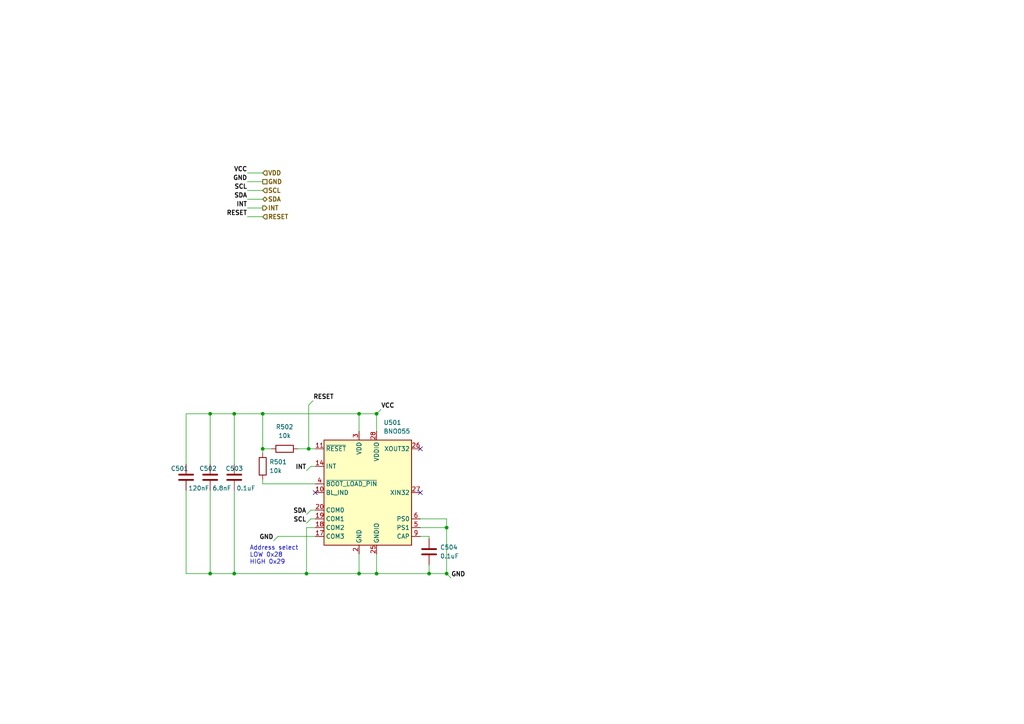
<source format=kicad_sch>
(kicad_sch (version 20211123) (generator eeschema)
  (paper "A4")
  (title_block (title "Power Unit - CanSat 2023") (date "2023-01-19") (rev "2022") (company "Project SkyFall") (comment 1 "David Haisman"))
  (lib_symbols
    (symbol "Device:C" (pin_numbers hide) (pin_names (offset 0.254))
      (property "Reference" "C" (at 0.635 2.54 0))
      (property "Value" "C" (at 0.635 -2.54 0))
      (symbol "C_0_1"
        (polyline (pts (xy -2.032 -0.762) (xy 2.032 -0.762)) (stroke (width 0.508)))
        (polyline (pts (xy -2.032 0.762) (xy 2.032 0.762)) (stroke (width 0.508)))
      )
      (symbol "C_1_1"
        (pin passive line (at 0 3.81 270) (length 2.794) (name "~") (number "1"))
        (pin passive line (at 0 -3.81 90) (length 2.794) (name "~") (number "2"))
      )
    )
    (symbol "Device:R" (pin_numbers hide) (pin_names (offset 0))
      (property "Reference" "R" (at 2.032 0 90))
      (property "Value" "R" (at 0 0 90))
      (symbol "R_0_1"
        (rectangle (start -1.016 -2.54) (end 1.016 2.54) (stroke (width 0.254)))
      )
      (symbol "R_1_1"
        (pin passive line (at 0 3.81 270) (length 1.27) (name "~") (number "1"))
        (pin passive line (at 0 -3.81 90) (length 1.27) (name "~") (number "2"))
      )
    )
    (symbol "Sensor_Motion:BNO055"
      (property "Reference" "U" (at -11.43 16.51 0))
      (property "Value" "BNO055" (at 12.7 16.51 0))
      (symbol "BNO055_0_1"
        (rectangle (start -12.7 15.24) (end 12.7 -15.24) (stroke (width 0.254)) (fill (type background)))
      )
      (symbol "BNO055_1_1"
        (pin no_connect line (at -12.7 10.16 0) (length 2.54) hide (name "PIN1") (number "1"))
        (pin output line (at -15.24 0 0) (length 2.54) (name "BL_IND") (number "10"))
        (pin input line (at -15.24 12.7 0) (length 2.54) (name "~{RESET}") (number "11"))
        (pin no_connect line (at 12.7 10.16 180) (length 2.54) hide (name "PIN12") (number "12"))
        (pin no_connect line (at 12.7 7.62 180) (length 2.54) hide (name "PIN13") (number "13"))
        (pin output line (at -15.24 7.62 0) (length 2.54) (name "INT") (number "14"))
        (pin passive line (at 2.54 -17.78 90) (length 2.54) hide (name "GNDIO") (number "15"))
        (pin passive line (at 2.54 -17.78 90) (length 2.54) hide (name "GNDIO") (number "16"))
        (pin input line (at -15.24 -12.7 0) (length 2.54) (name "COM3") (number "17"))
        (pin bidirectional line (at -15.24 -10.16 0) (length 2.54) (name "COM2") (number "18"))
        (pin bidirectional line (at -15.24 -7.62 0) (length 2.54) (name "COM1") (number "19"))
        (pin power_in line (at -2.54 -17.78 90) (length 2.54) (name "GND") (number "2"))
        (pin bidirectional line (at -15.24 -5.08 0) (length 2.54) (name "COM0") (number "20"))
        (pin no_connect line (at 12.7 5.08 180) (length 2.54) hide (name "PIN21") (number "21"))
        (pin no_connect line (at 12.7 2.54 180) (length 2.54) hide (name "PIN22") (number "22"))
        (pin no_connect line (at 12.7 -2.54 180) (length 2.54) hide (name "PIN23") (number "23"))
        (pin no_connect line (at 12.7 -5.08 180) (length 2.54) hide (name "PIN24") (number "24"))
        (pin power_in line (at 2.54 -17.78 90) (length 2.54) (name "GNDIO") (number "25"))
        (pin output line (at 15.24 12.7 180) (length 2.54) (name "XOUT32") (number "26"))
        (pin input line (at 15.24 0 180) (length 2.54) (name "XIN32") (number "27"))
        (pin power_in line (at 2.54 17.78 270) (length 2.54) (name "VDDIO") (number "28"))
        (pin power_in line (at -2.54 17.78 270) (length 2.54) (name "VDD") (number "3"))
        (pin input line (at -15.24 2.54 0) (length 2.54) (name "~{BOOT_LOAD_PIN}") (number "4"))
        (pin input line (at 15.24 -10.16 180) (length 2.54) (name "PS1") (number "5"))
        (pin input line (at 15.24 -7.62 180) (length 2.54) (name "PS0") (number "6"))
        (pin no_connect line (at -12.7 5.08 0) (length 2.54) hide (name "PIN7") (number "7"))
        (pin no_connect line (at -12.7 -2.54 0) (length 2.54) hide (name "PIN8") (number "8"))
        (pin passive line (at 15.24 -12.7 180) (length 2.54) (name "CAP") (number "9"))
      )
    )
  )
  (junction (at 76.2 130.175))
  (junction (at 129.54 153.035))
  (junction (at 67.945 120.015))
  (junction (at 129.54 166.37))
  (junction (at 124.46 166.37))
  (junction (at 67.945 166.37))
  (junction (at 89.535 130.175))
  (junction (at 60.96 166.37))
  (junction (at 88.9 166.37))
  (junction (at 109.22 120.015))
  (junction (at 109.22 166.37))
  (junction (at 104.14 166.37))
  (junction (at 76.2 120.015))
  (junction (at 104.14 120.015))
  (junction (at 60.96 120.015))
  (no_connect (at 91.44 142.875))
  (no_connect (at 121.92 142.875))
  (no_connect (at 121.92 130.175))
  (wire (pts (xy 121.92 153.035) (xy 129.54 153.035)))
  (wire (pts (xy 53.975 134.62) (xy 53.975 120.015)))
  (wire (pts (xy 71.755 52.705) (xy 76.2 52.705)))
  (wire (pts (xy 60.96 142.24) (xy 60.96 166.37)))
  (wire (pts (xy 53.975 166.37) (xy 60.96 166.37)))
  (wire (pts (xy 90.17 147.955) (xy 88.9 149.225)))
  (wire (pts (xy 109.22 166.37) (xy 124.46 166.37)))
  (wire (pts (xy 109.22 160.655) (xy 109.22 166.37)))
  (wire (pts (xy 91.44 153.035) (xy 88.9 153.035)))
  (wire (pts (xy 104.14 160.655) (xy 104.14 166.37)))
  (wire (pts (xy 88.9 166.37) (xy 67.945 166.37)))
  (wire (pts (xy 71.755 60.325) (xy 76.2 60.325)))
  (wire (pts (xy 89.535 117.475) (xy 90.805 116.205)))
  (wire (pts (xy 124.46 155.575) (xy 124.46 156.21)))
  (wire (pts (xy 76.2 120.015) (xy 104.14 120.015)))
  (wire (pts (xy 124.46 166.37) (xy 129.54 166.37)))
  (wire (pts (xy 129.54 153.035) (xy 129.54 166.37)))
  (wire (pts (xy 67.945 166.37) (xy 67.945 142.24)))
  (wire (pts (xy 109.22 120.015) (xy 104.14 120.015)))
  (wire (pts (xy 129.54 150.495) (xy 129.54 153.035)))
  (wire (pts (xy 67.945 134.62) (xy 67.945 120.015)))
  (wire (pts (xy 53.975 120.015) (xy 60.96 120.015)))
  (wire (pts (xy 91.44 150.495) (xy 90.17 150.495)))
  (wire (pts (xy 60.96 166.37) (xy 67.945 166.37)))
  (wire (pts (xy 121.92 155.575) (xy 124.46 155.575)))
  (wire (pts (xy 67.945 120.015) (xy 76.2 120.015)))
  (wire (pts (xy 124.46 163.83) (xy 124.46 166.37)))
  (wire (pts (xy 104.14 125.095) (xy 104.14 120.015)))
  (wire (pts (xy 91.44 147.955) (xy 90.17 147.955)))
  (wire (pts (xy 76.2 139.065) (xy 76.2 140.335)))
  (wire (pts (xy 71.755 50.165) (xy 76.2 50.165)))
  (wire (pts (xy 109.22 125.095) (xy 109.22 120.015)))
  (wire (pts (xy 90.17 150.495) (xy 88.9 151.765)))
  (wire (pts (xy 110.49 118.745) (xy 109.22 120.015)))
  (wire (pts (xy 104.14 166.37) (xy 109.22 166.37)))
  (wire (pts (xy 90.17 135.255) (xy 88.9 136.525)))
  (wire (pts (xy 76.2 130.175) (xy 76.2 131.445)))
  (wire (pts (xy 121.92 150.495) (xy 129.54 150.495)))
  (wire (pts (xy 71.755 55.245) (xy 76.2 55.245)))
  (wire (pts (xy 76.2 130.175) (xy 78.74 130.175)))
  (wire (pts (xy 80.645 155.575) (xy 79.375 156.845)))
  (wire (pts (xy 76.2 120.015) (xy 76.2 130.175)))
  (wire (pts (xy 129.54 166.37) (xy 130.81 167.64)))
  (wire (pts (xy 89.535 130.175) (xy 91.44 130.175)))
  (wire (pts (xy 89.535 130.175) (xy 89.535 117.475)))
  (wire (pts (xy 76.2 140.335) (xy 91.44 140.335)))
  (wire (pts (xy 91.44 135.255) (xy 90.17 135.255)))
  (wire (pts (xy 91.44 155.575) (xy 80.645 155.575)))
  (wire (pts (xy 60.96 120.015) (xy 60.96 134.62)))
  (wire (pts (xy 76.2 62.865) (xy 71.755 62.865)))
  (wire (pts (xy 88.9 153.035) (xy 88.9 166.37)))
  (wire (pts (xy 104.14 166.37) (xy 88.9 166.37)))
  (wire (pts (xy 86.36 130.175) (xy 89.535 130.175)))
  (wire (pts (xy 60.96 120.015) (xy 67.945 120.015)))
  (wire (pts (xy 53.975 142.24) (xy 53.975 166.37)))
  (wire (pts (xy 71.755 57.785) (xy 76.2 57.785)))
  (text "Address select\nLOW 0x28\nHIGH 0x29" (at 72.39 163.83 0) (effects (font (size 1.27 1.27)) (justify left bottom)))
  (label "INT" (at 71.755 60.325 180) (effects (font bold)))
  (label "GND" (at 79.375 156.845 180) (effects (font bold)))
  (label "INT" (at 88.9 136.525 180) (effects (font bold)))
  (label "GND" (at 71.755 52.705 180) (effects (font bold)))
  (label "SCL" (at 88.9 151.765 180) (effects (font bold)))
  (label "VCC" (at 71.755 50.165 180) (effects (font (thickness 0.254) bold)))
  (label "GND" (at 130.81 167.64 0) (effects (font bold)))
  (label "SDA" (at 71.755 57.785 180) (effects (font bold)))
  (label "SCL" (at 71.755 55.245 180) (effects (font bold)))
  (label "SDA" (at 88.9 149.225 180) (effects (font bold)))
  (label "VCC" (at 110.49 118.745 0) (effects (font (thickness 0.254) bold)))
  (label "RESET" (at 90.805 116.205 0) (effects (font (thickness 0.254) bold)))
  (label "RESET" (at 71.755 62.865 180) (effects (font (thickness 0.254) bold)))
  (hierarchical_label "SCL" (shape input) (at 76.2 55.245 0) (effects (font (thickness 0.254) bold)))
  (hierarchical_label "SDA" (shape bidirectional) (at 76.2 57.785 0) (effects (font (thickness 0.254) bold)))
  (hierarchical_label "RESET" (shape input) (at 76.2 62.865 0) (effects (font bold)))
  (hierarchical_label "GND" (shape passive) (at 76.2 52.705 0) (effects (font (thickness 0.254) bold)))
  (hierarchical_label "INT" (shape output) (at 76.2 60.325 0) (effects (font bold)))
  (hierarchical_label "VDD" (shape input) (at 76.2 50.165 0) (effects (font (thickness 0.254) bold)))
  (symbol (lib_id "Device:R") (at 76.2 135.255 180) (unit 1)
    (property "Reference" "R501" (at 78.105 133.9849 0) (effects (justify right)))
    (property "Value" "10k" (at 78.105 136.5249 0) (effects (justify right)))
    (property "Footprint" "CanSat_2023:R_0805_2012Metric" (effects hide))
  )
  (symbol (lib_id "Device:C") (at 60.96 138.43 0) (unit 1)
    (property "Reference" "C502" (at 57.785 135.89 0) (effects (justify left)))
    (property "Value" "6.8nF" (at 61.595 141.605 0) (effects (justify left)))
    (property "Footprint" "CanSat_2023:C_0805_2012Metric" (effects hide))
  )
  (symbol (lib_id "Device:R") (at 82.55 130.175 90) (unit 1)
    (property "Reference" "R502" (at 82.55 123.825 90))
    (property "Value" "10k" (at 82.55 126.365 90))
    (property "Footprint" "CanSat_2023:R_0805_2012Metric" (effects hide))
  )
  (symbol (lib_id "Device:C") (at 53.975 138.43 0) (unit 1)
    (property "Reference" "C501" (at 49.53 135.89 0) (effects (justify left)))
    (property "Value" "120nF" (at 54.61 141.605 0) (effects (justify left)))
    (property "Footprint" "CanSat_2023:C_0805_2012Metric" (effects hide))
  )
  (symbol (lib_id "Device:C") (at 124.46 160.02 0) (unit 1)
    (property "Reference" "C504" (at 127.635 158.7499 0) (effects (justify left)))
    (property "Value" "0.1uF" (at 127.635 161.2899 0) (effects (justify left)))
    (property "Footprint" "CanSat_2023:C_0805_2012Metric" (effects hide))
  )
  (symbol (lib_id "Sensor_Motion:BNO055") (at 106.68 142.875 0) (unit 1)
    (property "Reference" "U501" (at 111.2394 122.555 0) (effects (justify left)))
    (property "Value" "BNO055" (at 111.2394 125.095 0) (effects (justify left)))
    (property "Footprint" "CanSat_2023:LGA-28_5.2x3.8mm_P0.5mm" (effects hide))
    (property "Datasheet" "https://ae-bst.resource.bosch.com/media/_tech/media/datasheets/BST_BNO055_DS000_14.pdf" (effects hide))
  )
  (symbol (lib_id "Device:C") (at 67.945 138.43 0) (unit 1)
    (property "Reference" "C503" (at 65.405 135.89 0) (effects (justify left)))
    (property "Value" "0.1uF" (at 68.58 141.605 0) (effects (justify left)))
    (property "Footprint" "CanSat_2023:C_0805_2012Metric" (effects hide))
  )
)
</source>
